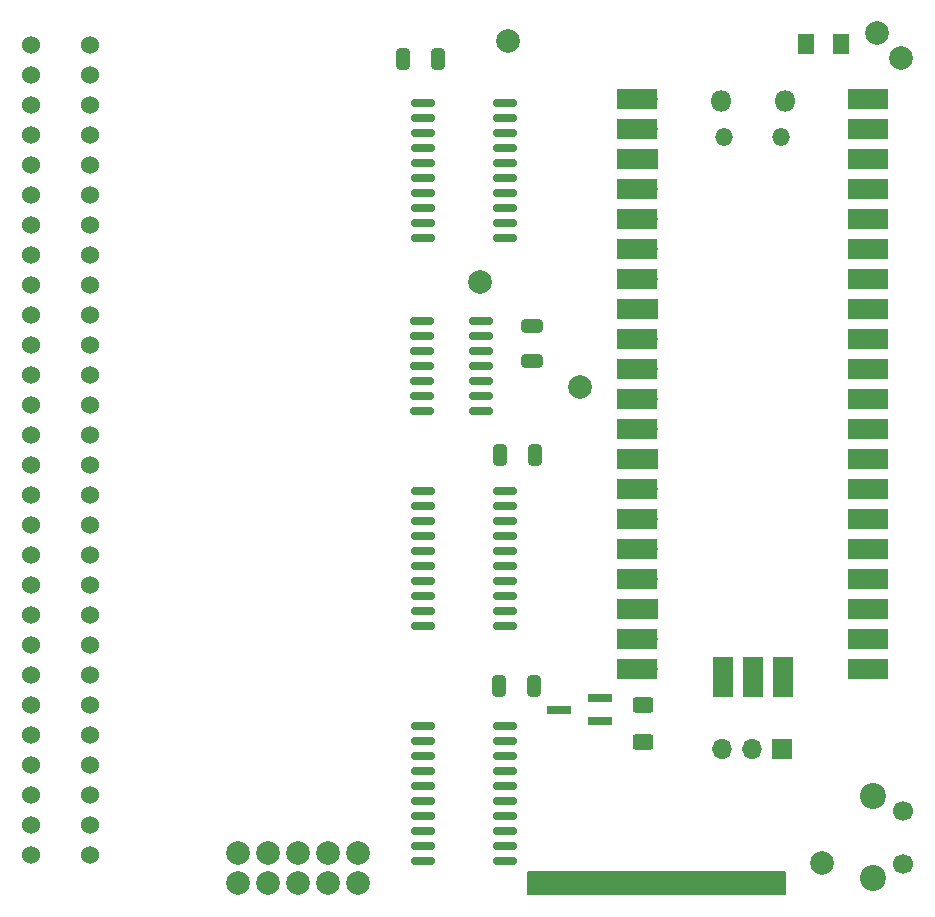
<source format=gts>
G04 #@! TF.GenerationSoftware,KiCad,Pcbnew,6.0.11-2627ca5db0~126~ubuntu22.04.1*
G04 #@! TF.CreationDate,2023-02-16T15:19:58+00:00*
G04 #@! TF.ProjectId,srom,73726f6d-2e6b-4696-9361-645f70636258,v1.2*
G04 #@! TF.SameCoordinates,Original*
G04 #@! TF.FileFunction,Soldermask,Top*
G04 #@! TF.FilePolarity,Negative*
%FSLAX46Y46*%
G04 Gerber Fmt 4.6, Leading zero omitted, Abs format (unit mm)*
G04 Created by KiCad (PCBNEW 6.0.11-2627ca5db0~126~ubuntu22.04.1) date 2023-02-16 15:19:58*
%MOMM*%
%LPD*%
G01*
G04 APERTURE LIST*
G04 Aperture macros list*
%AMRoundRect*
0 Rectangle with rounded corners*
0 $1 Rounding radius*
0 $2 $3 $4 $5 $6 $7 $8 $9 X,Y pos of 4 corners*
0 Add a 4 corners polygon primitive as box body*
4,1,4,$2,$3,$4,$5,$6,$7,$8,$9,$2,$3,0*
0 Add four circle primitives for the rounded corners*
1,1,$1+$1,$2,$3*
1,1,$1+$1,$4,$5*
1,1,$1+$1,$6,$7*
1,1,$1+$1,$8,$9*
0 Add four rect primitives between the rounded corners*
20,1,$1+$1,$2,$3,$4,$5,0*
20,1,$1+$1,$4,$5,$6,$7,0*
20,1,$1+$1,$6,$7,$8,$9,0*
20,1,$1+$1,$8,$9,$2,$3,0*%
G04 Aperture macros list end*
%ADD10C,0.150000*%
%ADD11C,2.000000*%
%ADD12RoundRect,0.250000X-0.325000X-0.650000X0.325000X-0.650000X0.325000X0.650000X-0.325000X0.650000X0*%
%ADD13RoundRect,0.150000X-0.837500X-0.150000X0.837500X-0.150000X0.837500X0.150000X-0.837500X0.150000X0*%
%ADD14RoundRect,0.250000X-0.650000X0.325000X-0.650000X-0.325000X0.650000X-0.325000X0.650000X0.325000X0*%
%ADD15RoundRect,0.250000X0.625000X-0.400000X0.625000X0.400000X-0.625000X0.400000X-0.625000X-0.400000X0*%
%ADD16RoundRect,0.250000X0.325000X0.650000X-0.325000X0.650000X-0.325000X-0.650000X0.325000X-0.650000X0*%
%ADD17R,2.000000X0.650000*%
%ADD18RoundRect,0.150000X-0.825000X-0.150000X0.825000X-0.150000X0.825000X0.150000X-0.825000X0.150000X0*%
%ADD19R,1.700000X1.700000*%
%ADD20O,1.700000X1.700000*%
%ADD21C,2.200000*%
%ADD22C,1.700000*%
%ADD23RoundRect,0.250001X0.462499X0.624999X-0.462499X0.624999X-0.462499X-0.624999X0.462499X-0.624999X0*%
%ADD24C,1.524000*%
%ADD25O,1.800000X1.800000*%
%ADD26O,1.500000X1.500000*%
%ADD27R,3.500000X1.700000*%
%ADD28R,1.700000X3.500000*%
G04 APERTURE END LIST*
D10*
X91930000Y-125490000D02*
X70210000Y-125490000D01*
X70210000Y-125490000D02*
X70210000Y-123570000D01*
X70210000Y-123570000D02*
X91930000Y-123570000D01*
X91930000Y-123570000D02*
X91930000Y-125490000D01*
G36*
X91930000Y-125490000D02*
G01*
X70210000Y-125490000D01*
X70210000Y-123570000D01*
X91930000Y-123570000D01*
X91930000Y-125490000D01*
G37*
D11*
X48200000Y-122000000D03*
X45660000Y-122000000D03*
D12*
X67825000Y-88340000D03*
X70775000Y-88340000D03*
D13*
X61327500Y-111205000D03*
X61327500Y-112475000D03*
X61327500Y-113745000D03*
X61327500Y-115015000D03*
X61327500Y-116285000D03*
X61327500Y-117555000D03*
X61327500Y-118825000D03*
X61327500Y-120095000D03*
X61327500Y-121365000D03*
X61327500Y-122635000D03*
X68252500Y-122635000D03*
X68252500Y-121365000D03*
X68252500Y-120095000D03*
X68252500Y-118825000D03*
X68252500Y-117555000D03*
X68252500Y-116285000D03*
X68252500Y-115015000D03*
X68252500Y-113745000D03*
X68252500Y-112475000D03*
X68252500Y-111205000D03*
X61307500Y-91385000D03*
X61307500Y-92655000D03*
X61307500Y-93925000D03*
X61307500Y-95195000D03*
X61307500Y-96465000D03*
X61307500Y-97735000D03*
X61307500Y-99005000D03*
X61307500Y-100275000D03*
X61307500Y-101545000D03*
X61307500Y-102815000D03*
X68232500Y-102815000D03*
X68232500Y-101545000D03*
X68232500Y-100275000D03*
X68232500Y-99005000D03*
X68232500Y-97735000D03*
X68232500Y-96465000D03*
X68232500Y-95195000D03*
X68232500Y-93925000D03*
X68232500Y-92655000D03*
X68232500Y-91385000D03*
D14*
X70520000Y-77385000D03*
X70520000Y-80335000D03*
D11*
X95140000Y-122840000D03*
D15*
X79940000Y-112580000D03*
X79940000Y-109480000D03*
D16*
X70685000Y-107880000D03*
X67735000Y-107880000D03*
D17*
X76290000Y-110800000D03*
X76290000Y-108900000D03*
X72870000Y-109850000D03*
D11*
X50740000Y-122000000D03*
D18*
X61265000Y-76990000D03*
X61265000Y-78260000D03*
X61265000Y-79530000D03*
X61265000Y-80800000D03*
X61265000Y-82070000D03*
X61265000Y-83340000D03*
X61265000Y-84610000D03*
X66215000Y-84610000D03*
X66215000Y-83340000D03*
X66215000Y-82070000D03*
X66215000Y-80800000D03*
X66215000Y-79530000D03*
X66215000Y-78260000D03*
X66215000Y-76990000D03*
D11*
X101770000Y-54650000D03*
D13*
X61307500Y-58505000D03*
X61307500Y-59775000D03*
X61307500Y-61045000D03*
X61307500Y-62315000D03*
X61307500Y-63585000D03*
X61307500Y-64855000D03*
X61307500Y-66125000D03*
X61307500Y-67395000D03*
X61307500Y-68665000D03*
X61307500Y-69935000D03*
X68232500Y-69935000D03*
X68232500Y-68665000D03*
X68232500Y-67395000D03*
X68232500Y-66125000D03*
X68232500Y-64855000D03*
X68232500Y-63585000D03*
X68232500Y-62315000D03*
X68232500Y-61045000D03*
X68232500Y-59775000D03*
X68232500Y-58505000D03*
D11*
X53280000Y-122000000D03*
X50740000Y-124540000D03*
X68540000Y-53260000D03*
X66140000Y-73680000D03*
X45660000Y-124540000D03*
X55820000Y-122000000D03*
X99730000Y-52600000D03*
D16*
X62595000Y-54810000D03*
X59645000Y-54810000D03*
D11*
X48200000Y-124540000D03*
D19*
X91730000Y-113165000D03*
D20*
X89190000Y-113165000D03*
X86650000Y-113165000D03*
D21*
X99425000Y-124150000D03*
X99425000Y-117150000D03*
D22*
X101925000Y-118400000D03*
X101925000Y-122900000D03*
D11*
X53280000Y-124540000D03*
X74630000Y-82520000D03*
D23*
X96717500Y-53540000D03*
X93742500Y-53540000D03*
D11*
X55820000Y-124540000D03*
D24*
X28150000Y-63740000D03*
X33150000Y-63740000D03*
X33150000Y-53580000D03*
X33150000Y-56120000D03*
X33150000Y-58660000D03*
X33150000Y-61200000D03*
X33150000Y-66280000D03*
X33150000Y-68820000D03*
X33150000Y-71360000D03*
X33150000Y-73900000D03*
X33150000Y-76440000D03*
X33150000Y-78980000D03*
X33150000Y-81520000D03*
X33150000Y-84060000D03*
X33150000Y-86600000D03*
X33150000Y-89140000D03*
X33150000Y-91680000D03*
X33150000Y-94220000D03*
X33150000Y-96760000D03*
X33150000Y-99300000D03*
X33150000Y-101840000D03*
X33150000Y-104380000D03*
X33150000Y-106920000D03*
X33150000Y-109460000D03*
X33150000Y-112000000D03*
X33150000Y-114540000D03*
X33150000Y-117080000D03*
X33150000Y-119620000D03*
X33150000Y-122160000D03*
X28150000Y-53580000D03*
X28150000Y-56120000D03*
X28150000Y-58660000D03*
X28150000Y-61200000D03*
X28150000Y-66280000D03*
X28150000Y-68820000D03*
X28150000Y-71360000D03*
X28150000Y-73900000D03*
X28150000Y-76440000D03*
X28150000Y-78980000D03*
X28150000Y-81520000D03*
X28150000Y-84060000D03*
X28150000Y-86600000D03*
X28150000Y-89140000D03*
X28150000Y-91680000D03*
X28150000Y-94220000D03*
X28150000Y-96760000D03*
X28150000Y-99300000D03*
X28150000Y-101840000D03*
X28150000Y-104380000D03*
X28150000Y-106920000D03*
X28150000Y-109460000D03*
X28150000Y-112000000D03*
X28150000Y-114540000D03*
X28150000Y-117080000D03*
X28150000Y-119620000D03*
X28150000Y-122160000D03*
D25*
X91965000Y-58320000D03*
X86515000Y-58320000D03*
D26*
X91665000Y-61350000D03*
X86815000Y-61350000D03*
D20*
X80350000Y-58190000D03*
D27*
X79450000Y-58190000D03*
D20*
X80350000Y-60730000D03*
D27*
X79450000Y-60730000D03*
D19*
X80350000Y-63270000D03*
D27*
X79450000Y-63270000D03*
D20*
X80350000Y-65810000D03*
D27*
X79450000Y-65810000D03*
X79450000Y-68350000D03*
D20*
X80350000Y-68350000D03*
X80350000Y-70890000D03*
D27*
X79450000Y-70890000D03*
X79450000Y-73430000D03*
D20*
X80350000Y-73430000D03*
D19*
X80350000Y-75970000D03*
D27*
X79450000Y-75970000D03*
X79450000Y-78510000D03*
D20*
X80350000Y-78510000D03*
D27*
X79450000Y-81050000D03*
D20*
X80350000Y-81050000D03*
D27*
X79450000Y-83590000D03*
D20*
X80350000Y-83590000D03*
D27*
X79450000Y-86130000D03*
D20*
X80350000Y-86130000D03*
D27*
X79450000Y-88670000D03*
D19*
X80350000Y-88670000D03*
D27*
X79450000Y-91210000D03*
D20*
X80350000Y-91210000D03*
D27*
X79450000Y-93750000D03*
D20*
X80350000Y-93750000D03*
D27*
X79450000Y-96290000D03*
D20*
X80350000Y-96290000D03*
X80350000Y-98830000D03*
D27*
X79450000Y-98830000D03*
X79450000Y-101370000D03*
D19*
X80350000Y-101370000D03*
D20*
X80350000Y-103910000D03*
D27*
X79450000Y-103910000D03*
D20*
X80350000Y-106450000D03*
D27*
X79450000Y-106450000D03*
X99030000Y-106450000D03*
D20*
X98130000Y-106450000D03*
X98130000Y-103910000D03*
D27*
X99030000Y-103910000D03*
D19*
X98130000Y-101370000D03*
D27*
X99030000Y-101370000D03*
X99030000Y-98830000D03*
D20*
X98130000Y-98830000D03*
X98130000Y-96290000D03*
D27*
X99030000Y-96290000D03*
D20*
X98130000Y-93750000D03*
D27*
X99030000Y-93750000D03*
X99030000Y-91210000D03*
D20*
X98130000Y-91210000D03*
D27*
X99030000Y-88670000D03*
D19*
X98130000Y-88670000D03*
D27*
X99030000Y-86130000D03*
D20*
X98130000Y-86130000D03*
X98130000Y-83590000D03*
D27*
X99030000Y-83590000D03*
D20*
X98130000Y-81050000D03*
D27*
X99030000Y-81050000D03*
X99030000Y-78510000D03*
D20*
X98130000Y-78510000D03*
D19*
X98130000Y-75970000D03*
D27*
X99030000Y-75970000D03*
X99030000Y-73430000D03*
D20*
X98130000Y-73430000D03*
D27*
X99030000Y-70890000D03*
D20*
X98130000Y-70890000D03*
D27*
X99030000Y-68350000D03*
D20*
X98130000Y-68350000D03*
D27*
X99030000Y-65810000D03*
D20*
X98130000Y-65810000D03*
D27*
X99030000Y-63270000D03*
D19*
X98130000Y-63270000D03*
D20*
X98130000Y-60730000D03*
D27*
X99030000Y-60730000D03*
D20*
X98130000Y-58190000D03*
D27*
X99030000Y-58190000D03*
D28*
X86700000Y-107120000D03*
D20*
X86700000Y-106220000D03*
D19*
X89240000Y-106220000D03*
D28*
X89240000Y-107120000D03*
X91780000Y-107120000D03*
D20*
X91780000Y-106220000D03*
M02*

</source>
